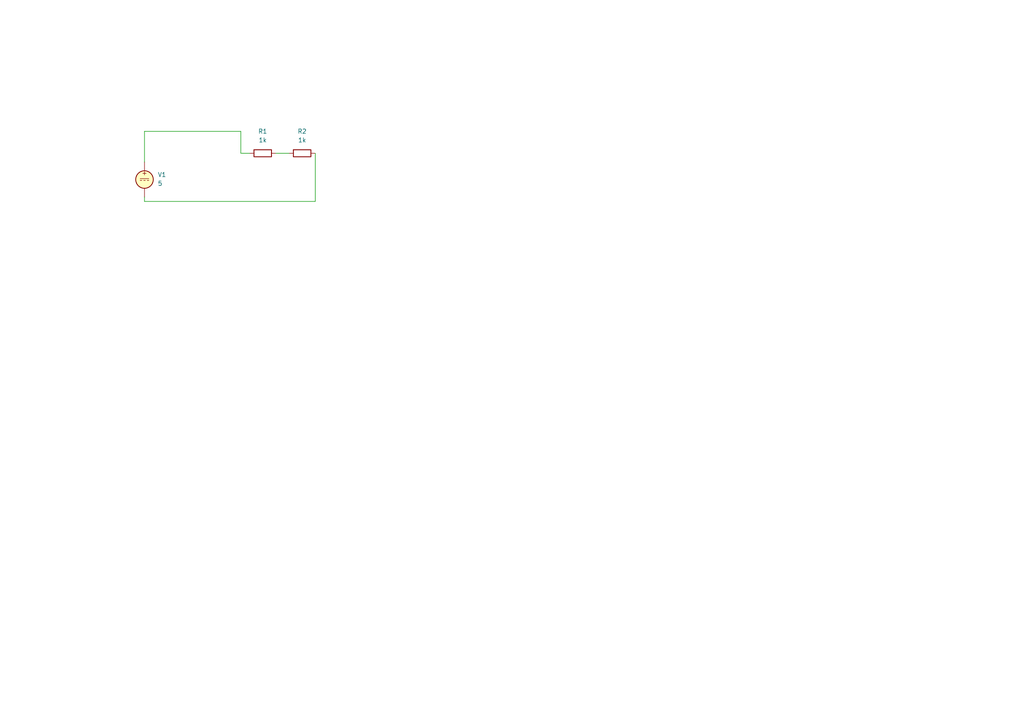
<source format=kicad_sch>
(kicad_sch (version 20250114) (generator "eeschema") (generator_version "9.0")
  (paper "A4")
  (lib_symbols
    (symbol "Device:R" (pin_numbers (hide yes)) (pin_names (offset 0))
      (property "Reference" "R" (at 2.032 0 90))
      (property "Value" "R" (at 0 0 90))
      (symbol "R_0_1"
        (rectangle (start -1.016 -2.54) (end 1.016 2.54) (stroke (width 0.254)))
      )
      (symbol "R_1_1"
        (pin passive line (at 0 3.81 270) (length 1.27) (name "~") (number "1"))
        (pin passive line (at 0 -3.81 90) (length 1.27) (name "~") (number "2"))
      )
    )
    (symbol "Simulation_SPICE:VDC" (pin_numbers (hide yes)) (pin_names (offset 0.0254))
      (property "Reference" "V" (at 2.54 2.54 0))
      (property "Value" "1" (at 2.54 0 0))
      (symbol "VDC_0_0"
        (polyline (pts (xy -1.27 0.254) (xy 1.27 0.254)))
        (polyline (pts (xy -0.762 -0.254) (xy -1.27 -0.254)))
        (polyline (pts (xy 0.254 -0.254) (xy -0.254 -0.254)))
        (polyline (pts (xy 1.27 -0.254) (xy 0.762 -0.254)))
        (text "+" (at 0 1.905 0) (effects (font (size 1.27 1.27))))
      )
      (symbol "VDC_0_1"
        (circle (center 0 0) (radius 2.54) (stroke (width 0.254)) (fill (type background)))
      )
      (symbol "VDC_1_1"
        (pin passive line (at 0 5.08 270) (length 2.54) (name "~") (number "1"))
        (pin passive line (at 0 -5.08 90) (length 2.54) (name "~") (number "2"))
      )
    )
  )
  (wire (pts (xy 41.91 58.42) (xy 91.44 58.42)))
  (wire (pts (xy 41.91 38.1) (xy 41.91 46.99)))
  (wire (pts (xy 69.85 38.1) (xy 69.85 44.45)))
  (wire (pts (xy 91.44 58.42) (xy 91.44 44.45)))
  (wire (pts (xy 69.85 44.45) (xy 72.39 44.45)))
  (wire (pts (xy 41.91 38.1) (xy 69.85 38.1)))
  (wire (pts (xy 80.01 44.45) (xy 83.82 44.45)))
  (wire (pts (xy 41.91 57.15) (xy 41.91 58.42)))
  (symbol (lib_id "Simulation_SPICE:VDC") (at 41.91 52.07 0) (unit 1)
    (property "Reference" "V1" (at 45.72 50.6701 0) (effects (justify left)))
    (property "Value" "5" (at 45.72 53.2101 0) (effects (justify left)))
    (property "Datasheet" "https://ngspice.sourceforge.io/docs/ngspice-html-manual/manual.xhtml#sec_Independent_Sources_for" (effects (hide yes)))
    (property "Description" "Voltage source, DC" (effects (hide yes)))
    (property "Sim.Pins" "1=+ 2=-" (effects (hide yes)))
    (property "Sim.Type" "DC" (effects (hide yes)))
    (property "Sim.Device" "V" (effects (hide yes)))
  )
  (symbol (lib_id "Device:R") (at 87.63 44.45 90) (unit 1)
    (property "Reference" "R2" (at 87.63 38.1 90))
    (property "Value" "1k" (at 87.63 40.64 90))
    (property "Description" "Resistor" (effects (hide yes)))
  )
  (symbol (lib_id "Device:R") (at 76.2 44.45 90) (unit 1)
    (property "Reference" "R1" (at 76.2 38.1 90))
    (property "Value" "1k" (at 76.2 40.64 90))
    (property "Description" "Resistor" (effects (hide yes)))
  )
)
</source>
